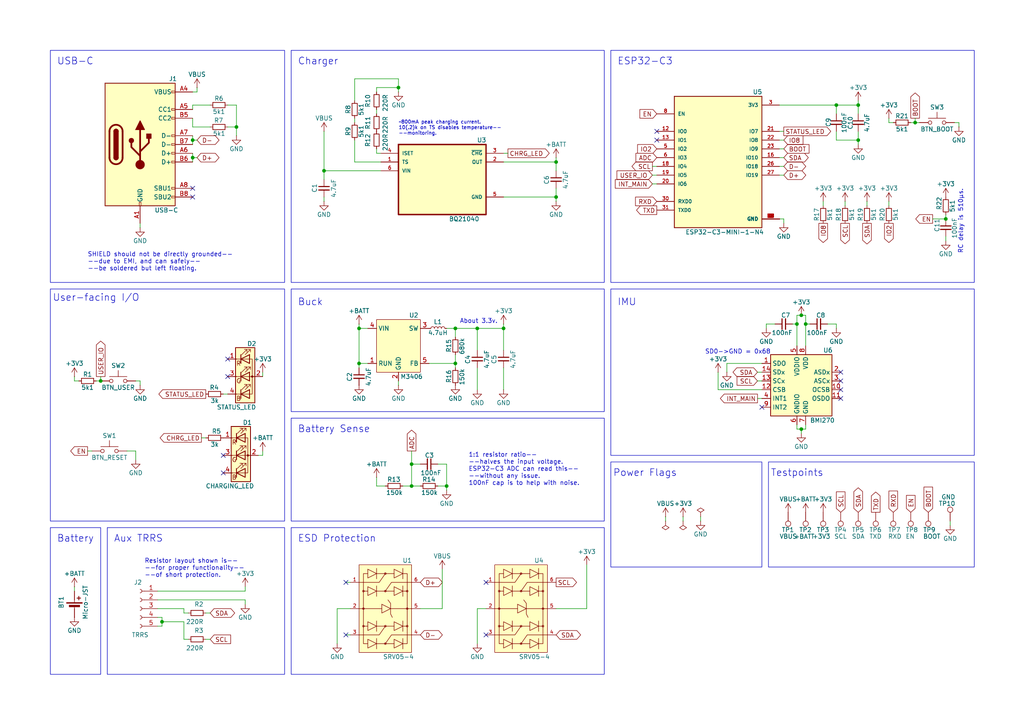
<source format=kicad_sch>
(kicad_sch (version 20231120) (generator "eeschema") (generator_version "8.0")
  (paper "A4")
  (title_block (title "Lilypad") (date "2024-01-23") (rev "V5 R2") (company "Made by Meia of KOUNOLAB for LilypadVR"))
  (junction (at 55.88 40.64))
  (junction (at 29.21 110.49))
  (junction (at 55.88 45.72))
  (junction (at 115.57 25.4))
  (junction (at 248.92 30.48))
  (junction (at 265.43 35.56))
  (junction (at 93.98 49.53))
  (junction (at 231.14 93.98))
  (junction (at 138.43 95.25))
  (junction (at 46.99 180.34))
  (junction (at 248.92 40.64))
  (junction (at 232.41 124.46))
  (junction (at 119.38 140.97))
  (junction (at 104.14 105.41))
  (junction (at 104.14 95.25))
  (junction (at 146.05 95.25))
  (junction (at 232.41 91.44))
  (junction (at 242.57 30.48))
  (junction (at 161.29 46.99))
  (junction (at 233.68 93.98))
  (junction (at 129.54 140.97))
  (junction (at 132.08 95.25))
  (junction (at 161.29 57.15))
  (junction (at 132.08 105.41))
  (junction (at 119.38 134.62))
  (junction (at 68.58 36.83))
  (junction (at 274.32 63.5))
  (no_connect (at 100.33 184.15))
  (no_connect (at 140.97 184.15))
  (no_connect (at 243.84 107.95))
  (no_connect (at 190.5 38.1))
  (no_connect (at 243.84 110.49))
  (no_connect (at 64.77 137.16))
  (no_connect (at 243.84 115.57))
  (no_connect (at 243.84 113.03))
  (no_connect (at 100.33 168.91))
  (no_connect (at 140.97 168.91))
  (no_connect (at 55.88 57.15))
  (no_connect (at 55.88 54.61))
  (no_connect (at 64.77 132.08))
  (no_connect (at 220.98 118.11))
  (no_connect (at 66.04 109.22))
  (no_connect (at 190.5 40.64))
  (no_connect (at 66.04 104.14))
  (wire (pts (xy 53.34 185.42) (xy 54.61 185.42)))
  (wire (pts (xy 104.14 93.98) (xy 104.14 95.25)))
  (wire (pts (xy 275.59 151.13) (xy 275.59 152.4)))
  (wire (pts (xy 161.29 58.42) (xy 161.29 57.15)))
  (wire (pts (xy 231.14 124.46) (xy 232.41 124.46)))
  (wire (pts (xy 129.54 142.24) (xy 129.54 140.97)))
  (wire (pts (xy 242.57 30.48) (xy 248.92 30.48)))
  (wire (pts (xy 232.41 124.46) (xy 233.68 124.46)))
  (wire (pts (xy 46.99 180.34) (xy 46.99 181.61)))
  (wire (pts (xy 232.41 124.46) (xy 232.41 125.73)))
  (wire (pts (xy 231.14 124.46) (xy 231.14 123.19)))
  (wire (pts (xy 119.38 140.97) (xy 116.84 140.97)))
  (wire (pts (xy 238.76 59.69) (xy 238.76 58.42)))
  (wire (pts (xy 40.64 66.04) (xy 40.64 64.77)))
  (wire (pts (xy 115.57 25.4) (xy 115.57 26.67)))
  (wire (pts (xy 226.06 45.72) (xy 227.33 45.72)))
  (wire (pts (xy 66.04 30.48) (xy 68.58 30.48)))
  (wire (pts (xy 53.34 177.8) (xy 54.61 177.8)))
  (wire (pts (xy 55.88 30.48) (xy 55.88 31.75)))
  (wire (pts (xy 55.88 44.45) (xy 55.88 45.72)))
  (wire (pts (xy 274.32 62.23) (xy 274.32 63.5)))
  (wire (pts (xy 276.86 35.56) (xy 278.13 35.56)))
  (wire (pts (xy 248.92 29.21) (xy 248.92 30.48)))
  (wire (pts (xy 128.27 176.53) (xy 121.92 176.53)))
  (wire (pts (xy 245.11 59.69) (xy 245.11 58.42)))
  (wire (pts (xy 231.14 93.98) (xy 231.14 100.33)))
  (wire (pts (xy 59.69 177.8) (xy 60.96 177.8)))
  (wire (pts (xy 109.22 25.4) (xy 115.57 25.4)))
  (wire (pts (xy 55.88 40.64) (xy 57.15 40.64)))
  (wire (pts (xy 39.37 110.49) (xy 40.64 110.49)))
  (wire (pts (xy 45.72 181.61) (xy 46.99 181.61)))
  (wire (pts (xy 132.08 97.79) (xy 132.08 95.25)))
  (wire (pts (xy 220.98 105.41) (xy 210.82 105.41)))
  (wire (pts (xy 146.05 44.45) (xy 147.32 44.45)))
  (wire (pts (xy 233.68 93.98) (xy 234.95 93.98)))
  (wire (pts (xy 36.83 130.81) (xy 39.37 130.81)))
  (wire (pts (xy 226.06 63.5) (xy 227.33 63.5)))
  (wire (pts (xy 64.77 114.3) (xy 66.04 114.3)))
  (wire (pts (xy 115.57 22.86) (xy 115.57 25.4)))
  (wire (pts (xy 226.06 43.18) (xy 227.33 43.18)))
  (wire (pts (xy 39.37 130.81) (xy 39.37 133.35)))
  (wire (pts (xy 278.13 35.56) (xy 278.13 36.83)))
  (wire (pts (xy 129.54 134.62) (xy 129.54 140.97)))
  (wire (pts (xy 109.22 140.97) (xy 111.76 140.97)))
  (wire (pts (xy 109.22 44.45) (xy 109.22 43.18)))
  (wire (pts (xy 115.57 110.49) (xy 115.57 111.76)))
  (wire (pts (xy 59.69 185.42) (xy 60.96 185.42)))
  (wire (pts (xy 233.68 91.44) (xy 233.68 93.98)))
  (wire (pts (xy 233.68 124.46) (xy 233.68 123.19)))
  (wire (pts (xy 224.79 93.98) (xy 222.25 93.98)))
  (wire (pts (xy 231.14 93.98) (xy 231.14 91.44)))
  (wire (pts (xy 226.06 50.8) (xy 227.33 50.8)))
  (wire (pts (xy 93.98 49.53) (xy 110.49 49.53)))
  (wire (pts (xy 161.29 176.53) (xy 170.18 176.53)))
  (wire (pts (xy 208.28 107.95) (xy 208.28 113.03)))
  (wire (pts (xy 132.08 105.41) (xy 132.08 102.87)))
  (wire (pts (xy 189.23 50.8) (xy 190.5 50.8)))
  (wire (pts (xy 109.22 31.75) (xy 109.22 33.02)))
  (wire (pts (xy 231.14 91.44) (xy 232.41 91.44)))
  (wire (pts (xy 248.92 38.1) (xy 248.92 40.64)))
  (wire (pts (xy 189.23 53.34) (xy 190.5 53.34)))
  (wire (pts (xy 71.12 173.99) (xy 71.12 175.26)))
  (wire (pts (xy 242.57 33.02) (xy 242.57 30.48)))
  (wire (pts (xy 124.46 105.41) (xy 132.08 105.41)))
  (wire (pts (xy 233.68 93.98) (xy 233.68 100.33)))
  (wire (pts (xy 248.92 33.02) (xy 248.92 30.48)))
  (wire (pts (xy 138.43 186.69) (xy 138.43 176.53)))
  (wire (pts (xy 53.34 180.34) (xy 53.34 185.42)))
  (wire (pts (xy 45.72 173.99) (xy 71.12 173.99)))
  (wire (pts (xy 57.15 26.67) (xy 55.88 26.67)))
  (wire (pts (xy 102.87 34.29) (xy 102.87 35.56)))
  (wire (pts (xy 146.05 57.15) (xy 161.29 57.15)))
  (wire (pts (xy 128.27 165.1) (xy 128.27 176.53)))
  (wire (pts (xy 242.57 40.64) (xy 248.92 40.64)))
  (wire (pts (xy 219.71 110.49) (xy 220.98 110.49)))
  (wire (pts (xy 270.51 63.5) (xy 274.32 63.5)))
  (wire (pts (xy 189.23 48.26) (xy 190.5 48.26)))
  (wire (pts (xy 102.87 46.99) (xy 102.87 40.64)))
  (wire (pts (xy 110.49 44.45) (xy 109.22 44.45)))
  (wire (pts (xy 226.06 30.48) (xy 242.57 30.48)))
  (wire (pts (xy 193.04 149.86) (xy 193.04 151.13)))
  (wire (pts (xy 104.14 95.25) (xy 106.68 95.25)))
  (wire (pts (xy 219.71 115.57) (xy 220.98 115.57)))
  (wire (pts (xy 40.64 110.49) (xy 40.64 111.76)))
  (wire (pts (xy 161.29 45.72) (xy 161.29 46.99)))
  (wire (pts (xy 27.94 110.49) (xy 29.21 110.49)))
  (wire (pts (xy 138.43 95.25) (xy 138.43 101.6)))
  (wire (pts (xy 46.99 179.07) (xy 46.99 180.34)))
  (wire (pts (xy 266.7 35.56) (xy 265.43 35.56)))
  (wire (pts (xy 55.88 40.64) (xy 55.88 39.37)))
  (wire (pts (xy 71.12 171.45) (xy 71.12 170.18)))
  (wire (pts (xy 55.88 36.83) (xy 55.88 34.29)))
  (wire (pts (xy 58.42 127) (xy 59.69 127)))
  (wire (pts (xy 76.2 130.81) (xy 76.2 132.08)))
  (wire (pts (xy 45.72 179.07) (xy 46.99 179.07)))
  (wire (pts (xy 146.05 95.25) (xy 146.05 101.6)))
  (wire (pts (xy 68.58 36.83) (xy 66.04 36.83)))
  (wire (pts (xy 138.43 95.25) (xy 146.05 95.25)))
  (wire (pts (xy 265.43 34.29) (xy 265.43 35.56)))
  (wire (pts (xy 68.58 30.48) (xy 68.58 36.83)))
  (wire (pts (xy 93.98 49.53) (xy 93.98 52.07)))
  (wire (pts (xy 93.98 38.1) (xy 93.98 49.53)))
  (wire (pts (xy 55.88 30.48) (xy 60.96 30.48)))
  (wire (pts (xy 100.33 168.91) (xy 101.6 168.91)))
  (wire (pts (xy 119.38 134.62) (xy 119.38 140.97)))
  (wire (pts (xy 251.46 59.69) (xy 251.46 58.42)))
  (wire (pts (xy 25.4 130.81) (xy 26.67 130.81)))
  (wire (pts (xy 21.59 109.22) (xy 21.59 110.49)))
  (wire (pts (xy 110.49 46.99) (xy 102.87 46.99)))
  (wire (pts (xy 104.14 105.41) (xy 106.68 105.41)))
  (wire (pts (xy 68.58 39.37) (xy 68.58 36.83)))
  (wire (pts (xy 97.79 186.69) (xy 97.79 176.53)))
  (wire (pts (xy 109.22 25.4) (xy 109.22 26.67)))
  (wire (pts (xy 60.96 36.83) (xy 55.88 36.83)))
  (wire (pts (xy 109.22 138.43) (xy 109.22 140.97)))
  (wire (pts (xy 226.06 40.64) (xy 227.33 40.64)))
  (wire (pts (xy 53.34 176.53) (xy 53.34 177.8)))
  (wire (pts (xy 257.81 35.56) (xy 259.08 35.56)))
  (wire (pts (xy 74.93 132.08) (xy 76.2 132.08)))
  (wire (pts (xy 21.59 170.18) (xy 21.59 171.45)))
  (wire (pts (xy 170.18 163.83) (xy 170.18 176.53)))
  (wire (pts (xy 132.08 105.41) (xy 132.08 106.68)))
  (wire (pts (xy 161.29 46.99) (xy 161.29 49.53)))
  (wire (pts (xy 198.12 149.86) (xy 198.12 151.13)))
  (wire (pts (xy 93.98 57.15) (xy 93.98 58.42)))
  (wire (pts (xy 146.05 93.98) (xy 146.05 95.25)))
  (wire (pts (xy 55.88 41.91) (xy 55.88 40.64)))
  (wire (pts (xy 146.05 46.99) (xy 161.29 46.99)))
  (wire (pts (xy 232.41 91.44) (xy 233.68 91.44)))
  (wire (pts (xy 203.2 149.86) (xy 203.2 151.13)))
  (wire (pts (xy 220.98 113.03) (xy 208.28 113.03)))
  (wire (pts (xy 264.16 35.56) (xy 265.43 35.56)))
  (wire (pts (xy 46.99 180.34) (xy 53.34 180.34)))
  (wire (pts (xy 102.87 22.86) (xy 115.57 22.86)))
  (wire (pts (xy 129.54 95.25) (xy 132.08 95.25)))
  (wire (pts (xy 222.25 93.98) (xy 222.25 95.25)))
  (wire (pts (xy 100.33 184.15) (xy 101.6 184.15)))
  (wire (pts (xy 45.72 171.45) (xy 71.12 171.45)))
  (wire (pts (xy 21.59 110.49) (xy 22.86 110.49)))
  (wire (pts (xy 226.06 48.26) (xy 227.33 48.26)))
  (wire (pts (xy 45.72 176.53) (xy 53.34 176.53)))
  (wire (pts (xy 57.15 25.4) (xy 57.15 26.67)))
  (wire (pts (xy 240.03 93.98) (xy 242.57 93.98)))
  (wire (pts (xy 229.87 93.98) (xy 231.14 93.98)))
  (wire (pts (xy 102.87 22.86) (xy 102.87 29.21)))
  (wire (pts (xy 127 134.62) (xy 129.54 134.62)))
  (wire (pts (xy 248.92 40.64) (xy 248.92 41.91)))
  (wire (pts (xy 119.38 140.97) (xy 121.92 140.97)))
  (wire (pts (xy 104.14 95.25) (xy 104.14 105.41)))
  (wire (pts (xy 97.79 176.53) (xy 101.6 176.53)))
  (wire (pts (xy 76.2 107.95) (xy 76.2 109.22)))
  (wire (pts (xy 257.81 34.29) (xy 257.81 35.56)))
  (wire (pts (xy 104.14 106.68) (xy 104.14 105.41)))
  (wire (pts (xy 219.71 107.95) (xy 220.98 107.95)))
  (wire (pts (xy 257.81 59.69) (xy 257.81 58.42)))
  (wire (pts (xy 55.88 45.72) (xy 55.88 46.99)))
  (wire (pts (xy 146.05 106.68) (xy 146.05 113.03)))
  (wire (pts (xy 119.38 130.81) (xy 119.38 134.62)))
  (wire (pts (xy 132.08 95.25) (xy 138.43 95.25)))
  (wire (pts (xy 242.57 40.64) (xy 242.57 38.1)))
  (wire (pts (xy 242.57 93.98) (xy 242.57 95.25)))
  (wire (pts (xy 138.43 106.68) (xy 138.43 113.03)))
  (wire (pts (xy 274.32 68.58) (xy 274.32 69.85)))
  (wire (pts (xy 138.43 176.53) (xy 140.97 176.53)))
  (wire (pts (xy 29.21 109.22) (xy 29.21 110.49)))
  (wire (pts (xy 119.38 134.62) (xy 121.92 134.62)))
  (wire (pts (xy 127 140.97) (xy 129.54 140.97)))
  (wire (pts (xy 161.29 57.15) (xy 161.29 54.61)))
  (wire (pts (xy 226.06 38.1) (xy 227.33 38.1)))
  (wire (pts (xy 227.33 63.5) (xy 227.33 64.77)))
  (wire (pts (xy 55.88 45.72) (xy 57.15 45.72)))
  (wire (pts (xy 210.82 105.41) (xy 210.82 107.95)))
  (rectangle (start 84.455 14.605) (end 175.26 81.915))
  (rectangle (start 14.605 14.605) (end 82.55 81.915))
  (rectangle (start 177.165 83.82) (end 282.575 132.08))
  (rectangle (start 84.455 121.285) (end 175.26 151.13))
  (rectangle (start 84.455 83.82) (end 175.26 119.38))
  (rectangle (start 177.165 133.985) (end 220.98 164.465))
  (rectangle (start 14.605 153.035) (end 29.21 195.58))
  (rectangle (start 84.455 153.035) (end 175.26 195.58))
  (rectangle (start 177.165 14.605) (end 282.575 81.915))
  (rectangle (start 14.605 83.82) (end 82.55 151.13))
  (rectangle (start 222.885 133.985) (end 282.575 164.465))
  (rectangle (start 31.115 153.035) (end 82.55 195.58))
  (text "USB-C" (at 16.51 19.05 0) (effects (font (size 2 2)) (justify left bottom)))
  (text "User-facing I/O" (at 15.24 87.63 0) (effects (font (size 2 2)) (justify left bottom)))
  (text "Testpoints\n" (at 223.52 138.43 0) (effects (font (size 2 2)) (justify left bottom)))
  (text "RC delay is 510µs." (at 279.4 73.66 90) (effects (font (size 1.27 1.27)) (justify left bottom)))
  (text "1:1 resistor ratio--\n--halves the input voltage.\nESP32-C3 ADC can read this--\n--without any issue.\n100nF cap is to help with noise." (at 135.89 140.97 0) (effects (font (size 1.27 1.27)) (justify left bottom)))
  (text "Battery Sense" (at 86.36 125.73 0) (effects (font (size 2 2)) (justify left bottom)))
  (text "About 3.3v." (at 133.35 93.98 0) (effects (font (size 1.27 1.27)) (justify left bottom)))
  (text "Power Flags" (at 177.8 138.43 0) (effects (font (size 2 2)) (justify left bottom)))
  (text "ESD Protection" (at 86.36 157.48 0) (effects (font (size 2 2)) (justify left bottom)))
  (text "~800mA peak charging current.\n10(.2)k on TS disables temperature--\n--monitoring." (at 115.57 39.37 0) (effects (font (size 1 1)) (justify left bottom)))
  (text "Resistor layout shown is--\n--for proper functionality--\n--of short protection." (at 41.91 167.64 0) (effects (font (size 1.27 1.27)) (justify left bottom)))
  (text "SD0->GND = 0x68" (at 204.47 102.87 0) (effects (font (size 1.27 1.27)) (justify left bottom)))
  (text "SHIELD should not be directly grounded--\n--due to EMI, and can safely--\n--be soldered but left floating." (at 25.4 78.74 0) (effects (font (size 1.27 1.27)) (justify left bottom)))
  (text "Battery" (at 16.51 157.48 0) (effects (font (size 2 2)) (justify left bottom)))
  (text "ESP32-C3" (at 179.07 19.05 0) (effects (font (size 2 2)) (justify left bottom)))
  (text "Charger" (at 86.36 19.05 0) (effects (font (size 2 2)) (justify left bottom)))
  (text "Aux TRRS" (at 33.02 157.48 0) (effects (font (size 2 2)) (justify left bottom)))
  (text "IMU" (at 179.07 88.9 0) (effects (font (size 2 2)) (justify left bottom)))
  (text "Buck" (at 86.36 88.9 0) (effects (font (size 2 2)) (justify left bottom)))
  (global_label "SDA" (shape output) (at 251.46 64.77 270) (property "Intersheetrefs" "${INTERSHEET_REFS}" (effects (hide yes))))
  (global_label "INT_MAIN" (shape output) (at 219.71 115.57 180) (property "Intersheetrefs" "${INTERSHEET_REFS}" (effects (hide yes))))
  (global_label "SCL" (shape input) (at 60.96 185.42 0) (property "Intersheetrefs" "${INTERSHEET_REFS}" (effects (hide yes))))
  (global_label "D+" (shape bidirectional) (at 227.33 50.8 0) (property "Intersheetrefs" "${INTERSHEET_REFS}" (effects (hide yes))))
  (global_label "RXD" (shape input) (at 190.5 58.42 180) (property "Intersheetrefs" "${INTERSHEET_REFS}" (effects (hide yes))))
  (global_label "USER_IO" (shape input) (at 189.23 50.8 180) (property "Intersheetrefs" "${INTERSHEET_REFS}" (effects (hide yes))))
  (global_label "SDA" (shape bidirectional) (at 227.33 45.72 0) (property "Intersheetrefs" "${INTERSHEET_REFS}" (effects (hide yes))))
  (global_label "ADC" (shape output) (at 119.38 130.81 90) (property "Intersheetrefs" "${INTERSHEET_REFS}" (effects (hide yes))))
  (global_label "CHRG_LED" (shape output) (at 58.42 127 180) (property "Intersheetrefs" "${INTERSHEET_REFS}" (effects (hide yes))))
  (global_label "EN" (shape output) (at 270.51 63.5 180) (property "Intersheetrefs" "${INTERSHEET_REFS}" (effects (hide yes))))
  (global_label "SDA" (shape bidirectional) (at 248.92 148.59 90) (property "Intersheetrefs" "${INTERSHEET_REFS}" (effects (hide yes))))
  (global_label "EN" (shape input) (at 264.16 148.59 90) (property "Intersheetrefs" "${INTERSHEET_REFS}" (effects (hide yes))))
  (global_label "IO8" (shape input) (at 227.33 40.64 0) (property "Intersheetrefs" "${INTERSHEET_REFS}" (effects (hide yes))))
  (global_label "BOOT" (shape input) (at 269.24 148.59 90) (property "Intersheetrefs" "${INTERSHEET_REFS}" (effects (hide yes))))
  (global_label "EN" (shape input) (at 190.5 33.02 180) (property "Intersheetrefs" "${INTERSHEET_REFS}" (effects (hide yes))))
  (global_label "TXD" (shape output) (at 254 148.59 90) (property "Intersheetrefs" "${INTERSHEET_REFS}" (effects (hide yes))))
  (global_label "SCL" (shape input) (at 243.84 148.59 90) (property "Intersheetrefs" "${INTERSHEET_REFS}" (effects (hide yes))))
  (global_label "D-" (shape bidirectional) (at 57.15 40.64 0) (property "Intersheetrefs" "${INTERSHEET_REFS}" (effects (hide yes))))
  (global_label "TXD" (shape output) (at 190.5 60.96 180) (property "Intersheetrefs" "${INTERSHEET_REFS}" (effects (hide yes))))
  (global_label "STATUS_LED" (shape output) (at 59.69 114.3 180) (property "Intersheetrefs" "${INTERSHEET_REFS}" (effects (hide yes))))
  (global_label "BOOT" (shape input) (at 227.33 43.18 0) (property "Intersheetrefs" "${INTERSHEET_REFS}" (effects (hide yes))))
  (global_label "CHRG_LED" (shape output) (at 147.32 44.45 0) (property "Intersheetrefs" "${INTERSHEET_REFS}" (effects (hide yes))))
  (global_label "SCL" (shape output) (at 245.11 64.77 270) (property "Intersheetrefs" "${INTERSHEET_REFS}" (effects (hide yes))))
  (global_label "D+" (shape bidirectional) (at 57.15 45.72 0) (property "Intersheetrefs" "${INTERSHEET_REFS}" (effects (hide yes))))
  (global_label "SDA" (shape bidirectional) (at 60.96 177.8 0) (property "Intersheetrefs" "${INTERSHEET_REFS}" (effects (hide yes))))
  (global_label "D-" (shape bidirectional) (at 121.92 184.15 0) (property "Intersheetrefs" "${INTERSHEET_REFS}" (effects (hide yes))))
  (global_label "EN" (shape output) (at 25.4 130.81 180) (property "Intersheetrefs" "${INTERSHEET_REFS}" (effects (hide yes))))
  (global_label "SCL" (shape output) (at 161.29 168.91 0) (property "Intersheetrefs" "${INTERSHEET_REFS}" (effects (hide yes))))
  (global_label "INT_MAIN" (shape input) (at 189.23 53.34 180) (property "Intersheetrefs" "${INTERSHEET_REFS}" (effects (hide yes))))
  (global_label "SDA" (shape bidirectional) (at 161.29 184.15 0) (property "Intersheetrefs" "${INTERSHEET_REFS}" (effects (hide yes))))
  (global_label "IO8" (shape output) (at 238.76 64.77 270) (property "Intersheetrefs" "${INTERSHEET_REFS}" (effects (hide yes))))
  (global_label "ADC" (shape input) (at 190.5 45.72 180) (property "Intersheetrefs" "${INTERSHEET_REFS}" (effects (hide yes))))
  (global_label "IO2" (shape output) (at 257.81 64.77 270) (property "Intersheetrefs" "${INTERSHEET_REFS}" (effects (hide yes))))
  (global_label "SDA" (shape bidirectional) (at 219.71 107.95 180) (property "Intersheetrefs" "${INTERSHEET_REFS}" (effects (hide yes))))
  (global_label "D-" (shape bidirectional) (at 227.33 48.26 0) (property "Intersheetrefs" "${INTERSHEET_REFS}" (effects (hide yes))))
  (global_label "STATUS_LED" (shape output) (at 227.33 38.1 0) (property "Intersheetrefs" "${INTERSHEET_REFS}" (effects (hide yes))))
  (global_label "SCL" (shape output) (at 189.23 48.26 180) (property "Intersheetrefs" "${INTERSHEET_REFS}" (effects (hide yes))))
  (global_label "IO2" (shape input) (at 190.5 43.18 180) (property "Intersheetrefs" "${INTERSHEET_REFS}" (effects (hide yes))))
  (global_label "USER_IO" (shape output) (at 29.21 109.22 90) (property "Intersheetrefs" "${INTERSHEET_REFS}" (effects (hide yes))))
  (global_label "D+" (shape bidirectional) (at 121.92 168.91 0) (property "Intersheetrefs" "${INTERSHEET_REFS}" (effects (hide yes))))
  (global_label "SCL" (shape input) (at 219.71 110.49 180) (property "Intersheetrefs" "${INTERSHEET_REFS}" (effects (hide yes))))
  (global_label "RXD" (shape input) (at 259.08 148.59 90) (property "Intersheetrefs" "${INTERSHEET_REFS}" (effects (hide yes))))
  (global_label "BOOT" (shape output) (at 265.43 34.29 90) (property "Intersheetrefs" "${INTERSHEET_REFS}" (effects (hide yes))))
  (symbol (lib_id "Lilypad Symbols:R_Small") (at 62.23 114.3 270) (unit 1)
    (property "Reference" "R4" (at 63.5 112.395 90) (effects (justify right)))
    (property "Value" "3k" (at 63.5 116.205 90) (effects (justify right)))
    (property "Footprint" "Lilypad Footprints:R_0603_1608Metric" (effects (hide yes)))
    (property "EXTENDED?" "FALSE" (effects (hide yes)))
    (property "MPN" "C4211" (effects (hide yes)))
  )
  (symbol (lib_id "Connector:TestPoint") (at 269.24 148.59 180) (unit 1)
    (property "Reference" "TP9" (at 267.716 153.67 0) (effects (justify right)))
    (property "Value" "BOOT" (at 267.716 155.575 0) (effects (justify right)))
    (property "Footprint" "Lilypad Footprints:TestPoint_Pad_D1.5mm" (effects (hide yes)))
    (property "EXTENDED?" "N/A" (effects (hide yes)))
    (property "MPN" "N/A" (effects (hide yes)))
  )
  (symbol (lib_id "Lilypad Symbols:R_Small") (at 63.5 30.48 270) (unit 1)
    (property "Reference" "R6" (at 63.5 28.575 90))
    (property "Value" "5k1" (at 63.5 32.385 90))
    (property "Footprint" "Lilypad Footprints:R_0603_1608Metric" (effects (hide yes)))
    (property "EXTENDED?" "FALSE" (effects (hide yes)))
    (property "MPN" "C23186" (effects (hide yes)))
  )
  (symbol (lib_id "Lilypad Symbols:R_Small") (at 132.08 109.22 0) (unit 1)
    (property "Reference" "R16" (at 130.175 111.125 90) (effects (justify left)))
    (property "Value" "150k" (at 133.985 111.76 90) (effects (justify left)))
    (property "Footprint" "Lilypad Footprints:R_0603_1608Metric" (effects (hide yes)))
    (property "EXTENDED?" "FALSE" (effects (hide yes)))
    (property "MPN" "C22807" (effects (hide yes)))
  )
  (symbol (lib_id "Connector:TestPoint") (at 228.6 148.59 180) (unit 1)
    (property "Reference" "TP1" (at 226.695 153.67 0) (effects (justify right)))
    (property "Value" "VBUS" (at 226.06 155.575 0) (effects (justify right)))
    (property "Footprint" "Lilypad Footprints:TestPoint_Pad_D1.5mm" (effects (hide yes)))
    (property "EXTENDED?" "N/A" (effects (hide yes)))
    (property "MPN" "N/A" (effects (hide yes)))
  )
  (symbol (lib_name "+3V3_1") (lib_id "power:+3V3") (at 238.76 58.42 0) (unit 1)
    (property "Reference" "#PWR042" (effects (hide yes)))
    (property "Value" "+3V3" (at 238.76 54.61 0))
    (property "Description" "Power symbol creates a global label with name \"+3V3\"" (effects (hide yes)))
  )
  (symbol (lib_name "VBUS_2") (lib_id "power:VBUS") (at 57.15 25.4 0) (unit 1)
    (property "Reference" "#PWR07" (effects (hide yes)))
    (property "Value" "VBUS" (at 57.15 21.59 0))
    (property "Description" "Power symbol creates a global label with name \"VBUS\"" (effects (hide yes)))
  )
  (symbol (lib_name "GND_1") (lib_id "power:GND") (at 138.43 186.69 0) (unit 1)
    (property "Reference" "#PWR025" (effects (hide yes)))
    (property "Value" "GND" (at 138.43 190.5 0))
    (property "Description" "Power symbol creates a global label with name \"GND\" , ground" (effects (hide yes)))
  )
  (symbol (lib_id "Lilypad Symbols:R_Small") (at 238.76 62.23 180) (unit 1)
    (property "Reference" "R17" (at 236.855 62.23 90))
    (property "Value" "5k1" (at 240.665 62.23 90))
    (property "Footprint" "Lilypad Footprints:R_0603_1608Metric" (effects (hide yes)))
    (property "EXTENDED?" "FALSE" (effects (hide yes)))
    (property "MPN" "C23186" (effects (hide yes)))
  )
  (symbol (lib_id "Lilypad Symbols:C_Small") (at 93.98 54.61 0) (unit 1)
    (property "Reference" "C1" (at 91.2374 55.9025 90) (effects (justify left)))
    (property "Value" "4.7uF" (at 96.8009 57.3636 90) (effects (justify left)))
    (property "Footprint" "Lilypad Footprints:C_0603_1608Metric" (effects (hide yes)))
    (property "MPN" "C19666" (effects (hide yes)))
    (property "EXTENDED?" "FALSE" (effects (hide yes)))
  )
  (symbol (lib_name "GND_2") (lib_id "power:GND") (at 203.2 151.13 0) (unit 1)
    (property "Reference" "#PWR033" (effects (hide yes)))
    (property "Value" "GND" (at 203.2 154.94 0))
    (property "Description" "Power symbol creates a global label with name \"GND\" , ground" (effects (hide yes)))
  )
  (symbol (lib_name "GND_2") (lib_id "power:GND") (at 146.05 113.03 0) (unit 1)
    (property "Reference" "#PWR027" (effects (hide yes)))
    (property "Value" "GND" (at 146.05 116.84 0))
    (property "Description" "Power symbol creates a global label with name \"GND\" , ground" (effects (hide yes)))
  )
  (symbol (lib_name "+3V3_1") (lib_id "power:+3V3") (at 208.28 107.95 0) (unit 1)
    (property "Reference" "#PWR034" (effects (hide yes)))
    (property "Value" "+3V3" (at 208.28 104.14 0))
    (property "Description" "Power symbol creates a global label with name \"+3V3\"" (effects (hide yes)))
  )
  (symbol (lib_name "GND_2") (lib_id "power:GND") (at 97.79 186.69 0) (unit 1)
    (property "Reference" "#PWR015" (effects (hide yes)))
    (property "Value" "GND" (at 97.79 190.5 0))
    (property "Description" "Power symbol creates a global label with name \"GND\" , ground" (effects (hide yes)))
  )
  (symbol (lib_id "Lilypad Symbols:LED_RAGB") (at 71.12 109.22 0) (unit 1)
    (property "Reference" "D2" (at 73.025 99.695 0))
    (property "Value" "STATUS_LED" (at 68.58 118.11 0))
    (property "Footprint" "Lilypad Footprints:LED-SMD_FM-3510RGBA-SG" (effects (hide yes)))
    (property "EXTENDED?" "TRUE" (effects (hide yes)))
    (property "MPN" "C727903" (effects (hide yes)))
  )
  (symbol (lib_name "GND_2") (lib_id "power:GND") (at 93.98 58.42 0) (unit 1)
    (property "Reference" "#PWR014" (effects (hide yes)))
    (property "Value" "GND" (at 93.98 62.23 0))
    (property "Description" "Power symbol creates a global label with name \"GND\" , ground" (effects (hide yes)))
  )
  (symbol (lib_id "Lilypad Symbols:C_Small") (at 227.33 93.98 90) (unit 1)
    (property "Reference" "C7" (at 229.235 91.44 90) (effects (justify left)))
    (property "Value" "100nF" (at 229.87 96.52 90) (effects (justify left)))
    (property "Footprint" "Lilypad Footprints:C_0603_1608Metric" (effects (hide yes)))
    (property "EXTENDED?" "FALSE" (effects (hide yes)))
    (property "MPN" "C14663" (effects (hide yes)))
  )
  (symbol (lib_name "VBUS_2") (lib_id "power:VBUS") (at 93.98 38.1 0) (unit 1)
    (property "Reference" "#PWR013" (effects (hide yes)))
    (property "Value" "VBUS" (at 93.98 34.29 0))
    (property "Description" "Power symbol creates a global label with name \"VBUS\"" (effects (hide yes)))
  )
  (symbol (lib_id "Lilypad Symbols:R_Small") (at 114.3 140.97 90) (mirror x) (unit 1)
    (property "Reference" "R13" (at 116.205 139.065 90) (effects (justify left)))
    (property "Value" "150k" (at 116.84 142.875 90) (effects (justify left)))
    (property "Footprint" "Lilypad Footprints:R_0603_1608Metric" (effects (hide yes)))
    (property "EXTENDED?" "FALSE" (effects (hide yes)))
    (property "MPN" "C22807" (effects (hide yes)))
  )
  (symbol (lib_id "Lilypad Symbols:R_Small") (at 109.22 29.21 180) (unit 1)
    (property "Reference" "R10" (at 106.68 27.305 90) (effects (justify left)))
    (property "Value" "220R" (at 111.76 27.305 90) (effects (justify left)))
    (property "Footprint" "Lilypad Footprints:R_0603_1608Metric" (effects (hide yes)))
    (property "EXTENDED?" "FALSE" (effects (hide yes)))
    (property "MPN" "C22962" (effects (hide yes)))
  )
  (symbol (lib_name "+3V3_1") (lib_id "power:+3V3") (at 257.81 34.29 0) (unit 1)
    (property "Reference" "#PWR049" (effects (hide yes)))
    (property "Value" "+3V3" (at 257.81 30.48 0))
    (property "Description" "Power symbol creates a global label with name \"+3V3\"" (effects (hide yes)))
  )
  (symbol (lib_id "Lilypad Symbols:SRV05-4_C558418") (at 151.13 176.53 270) (unit 1)
    (property "Reference" "U4" (at 154.94 162.56 90) (effects (justify left)))
    (property "Value" "SRV05-4" (at 150.495 190.5 90) (effects (justify left)))
    (property "Footprint" "Lilypad Footprints:SOT-23-6" (effects (hide yes)))
    (property "Datasheet" "https://item.szlcsc.com/169042.html" (effects (hide yes)))
    (property "EXTENDED?" "FALSE" (effects (hide yes)))
    (property "MPN" "C7420376" (effects (hide yes)))
  )
  (symbol (lib_name "+3V3_1") (lib_id "power:+3V3") (at 232.41 91.44 0) (unit 1)
    (property "Reference" "#PWR038" (effects (hide yes)))
    (property "Value" "+3V3" (at 232.41 87.63 0))
    (property "Description" "Power symbol creates a global label with name \"+3V3\"" (effects (hide yes)))
  )
  (symbol (lib_name "PWR_FLAG_1") (lib_id "power:PWR_FLAG") (at 203.2 149.86 0) (unit 1)
    (property "Reference" "#FLG03" (effects (hide yes)))
    (property "Value" "PWR_FLAG" (effects (hide yes)))
    (property "Description" "Special symbol for telling ERC where power comes from" (effects (hide yes)))
  )
  (symbol (lib_id "Lilypad Symbols:R_Small") (at 109.22 35.56 180) (unit 1)
    (property "Reference" "R11" (at 106.68 33.655 90) (effects (justify left)))
    (property "Value" "220R" (at 111.76 33.655 90) (effects (justify left)))
    (property "Footprint" "Lilypad Footprints:R_0603_1608Metric" (effects (hide yes)))
    (property "EXTENDED?" "FALSE" (effects (hide yes)))
    (property "MPN" "C22962" (effects (hide yes)))
  )
  (symbol (lib_id "Lilypad Symbols:C_Small") (at 138.43 104.14 0) (unit 1)
    (property "Reference" "C4" (at 135.6763 105.6011 90) (effects (justify left)))
    (property "Value" "4.7uF" (at 141.1836 106.9498 90) (effects (justify left)))
    (property "Footprint" "Lilypad Footprints:C_0603_1608Metric" (effects (hide yes)))
    (property "MPN" "C19666" (effects (hide yes)))
    (property "EXTENDED?" "FALSE" (effects (hide yes)))
  )
  (symbol (lib_id "Lilypad Symbols:R_Small") (at 109.22 40.64 180) (unit 1)
    (property "Reference" "R12" (at 106.68 38.735 90) (effects (justify left)))
    (property "Value" "220R" (at 111.76 38.735 90) (effects (justify left)))
    (property "Footprint" "Lilypad Footprints:R_0603_1608Metric" (effects (hide yes)))
    (property "EXTENDED?" "FALSE" (effects (hide yes)))
    (property "MPN" "C22962" (effects (hide yes)))
  )
  (symbol (lib_name "+3V3_1") (lib_id "power:+3V3") (at 238.76 148.59 0) (unit 1)
    (property "Reference" "#PWR044" (effects (hide yes)))
    (property "Value" "+3V3" (at 238.76 144.78 0))
    (property "Description" "Power symbol creates a global label with name \"+3V3\"" (effects (hide yes)))
  )
  (symbol (lib_id "Lilypad Symbols:M3406") (at 115.57 100.33 0) (unit 1)
    (property "Reference" "U2" (at 120.015 91.44 0))
    (property "Value" "M3406" (at 119.38 109.22 0))
    (property "Footprint" "Lilypad Footprints:SOT-23-5" (effects (hide yes)))
    (property "Datasheet" "https://datasheet.lcsc.com/lcsc/1811151539_XI-AN-Aerosemi-Tech-M3406-ADJ_C83224.pdf" (effects (hide yes)))
    (property "EXTENDED?" "TRUE" (effects (hide yes)))
    (property "MPN" "C83224" (effects (hide yes)))
  )
  (symbol (lib_name "GND_2") (lib_id "power:GND") (at 242.57 95.25 0) (unit 1)
    (property "Reference" "#PWR043" (effects (hide yes)))
    (property "Value" "GND" (at 242.57 99.06 0))
    (property "Description" "Power symbol creates a global label with name \"GND\" , ground" (effects (hide yes)))
  )
  (symbol (lib_name "GND_2") (lib_id "power:GND") (at 132.08 111.76 0) (unit 1)
    (property "Reference" "#PWR023" (effects (hide yes)))
    (property "Value" "GND" (at 132.08 115.57 0))
    (property "Description" "Power symbol creates a global label with name \"GND\" , ground" (effects (hide yes)))
  )
  (symbol (lib_name "+3V3_1") (lib_id "power:+3V3") (at 198.12 149.86 0) (unit 1)
    (property "Reference" "#PWR032" (effects (hide yes)))
    (property "Value" "+3V3" (at 198.12 146.05 0))
    (property "Description" "Power symbol creates a global label with name \"+3V3\"" (effects (hide yes)))
  )
  (symbol (lib_name "+3V3_1") (lib_id "power:+3V3") (at 245.11 58.42 0) (unit 1)
    (property "Reference" "#PWR045" (effects (hide yes)))
    (property "Value" "+3V3" (at 245.11 54.61 0))
    (property "Description" "Power symbol creates a global label with name \"+3V3\"" (effects (hide yes)))
  )
  (symbol (lib_id "Lilypad Symbols:R_Small") (at 132.08 100.33 0) (unit 1)
    (property "Reference" "R15" (at 130.175 102.235 90) (effects (justify left)))
    (property "Value" "680k" (at 133.985 102.87 90) (effects (justify left)))
    (property "Footprint" "Lilypad Footprints:R_0603_1608Metric" (effects (hide yes)))
    (property "EXTENDED?" "FALSE" (effects (hide yes)))
    (property "MPN" "C25822" (effects (hide yes)))
  )
  (symbol (lib_name "VBUS_1") (lib_id "power:VBUS") (at 128.27 165.1 0) (unit 1)
    (property "Reference" "#PWR021" (effects (hide yes)))
    (property "Value" "VBUS" (at 128.27 161.29 0))
    (property "Description" "Power symbol creates a global label with name \"VBUS\"" (effects (hide yes)))
  )
  (symbol (lib_name "GND_2") (lib_id "power:GND") (at 104.14 111.76 0) (unit 1)
    (property "Reference" "#PWR017" (effects (hide yes)))
    (property "Value" "GND" (at 104.14 115.57 0))
    (property "Description" "Power symbol creates a global label with name \"GND\" , ground" (effects (hide yes)))
  )
  (symbol (lib_name "+BATT_1") (lib_id "power:+BATT") (at 21.59 170.18 0) (mirror y) (unit 1)
    (property "Reference" "#PWR02" (effects (hide yes)))
    (property "Value" "+BATT" (at 21.59 166.37 0))
    (property "Description" "Power symbol creates a global label with name \"+BATT\"" (effects (hide yes)))
  )
  (symbol (lib_id "Lilypad Symbols:C_Small") (at 124.46 134.62 270) (mirror x) (unit 1)
    (property "Reference" "C3" (at 123.19 132.08 90) (effects (justify left)))
    (property "Value" "100nF" (at 121.92 137.16 90) (effects (justify left)))
    (property "Footprint" "Lilypad Footprints:C_0603_1608Metric" (effects (hide yes)))
    (property "EXTENDED?" "FALSE" (effects (hide yes)))
    (property "MPN" "C14663" (effects (hide yes)))
  )
  (symbol (lib_id "Connector:TestPoint") (at 275.59 151.13 0) (unit 1)
    (property "Reference" "TP10" (at 277.114 146.05 0) (effects (justify right)))
    (property "Value" "GND" (at 277.114 144.145 0) (effects (justify right)))
    (property "Footprint" "Lilypad Footprints:TestPoint_Pad_D1.5mm" (effects (hide yes)))
    (property "EXTENDED?" "N/A" (effects (hide yes)))
    (property "MPN" "N/A" (effects (hide yes)))
  )
  (symbol (lib_name "GND_2") (lib_id "power:GND") (at 68.58 39.37 0) (unit 1)
    (property "Reference" "#PWR08" (effects (hide yes)))
    (property "Value" "GND" (at 68.58 43.18 0))
    (property "Description" "Power symbol creates a global label with name \"GND\" , ground" (effects (hide yes)))
  )
  (symbol (lib_name "+3V3_1") (lib_id "power:+3V3") (at 257.81 58.42 0) (unit 1)
    (property "Reference" "#PWR050" (effects (hide yes)))
    (property "Value" "+3V3" (at 257.81 54.61 0))
    (property "Description" "Power symbol creates a global label with name \"+3V3\"" (effects (hide yes)))
  )
  (symbol (lib_name "GND_2") (lib_id "power:GND") (at 129.54 142.24 0) (unit 1)
    (property "Reference" "#PWR022" (effects (hide yes)))
    (property "Value" "GND" (at 129.54 146.05 0))
    (property "Description" "Power symbol creates a global label with name \"GND\" , ground" (effects (hide yes)))
  )
  (symbol (lib_name "GND_2") (lib_id "power:GND") (at 161.29 58.42 0) (unit 1)
    (property "Reference" "#PWR029" (effects (hide yes)))
    (property "Value" "GND" (at 161.29 62.23 0))
    (property "Description" "Power symbol creates a global label with name \"GND\" , ground" (effects (hide yes)))
  )
  (symbol (lib_name "VBUS_2") (lib_id "power:VBUS") (at 228.6 148.59 0) (unit 1)
    (property "Reference" "#PWR040" (effects (hide yes)))
    (property "Value" "VBUS" (at 228.6 144.78 0))
    (property "Description" "Power symbol creates a global label with name \"VBUS\"" (effects (hide yes)))
  )
  (symbol (lib_id "Lilypad Symbols:R_Small") (at 124.46 140.97 90) (mirror x) (unit 1)
    (property "Reference" "R14" (at 126.365 139.065 90) (effects (justify left)))
    (property "Value" "150k" (at 127 142.875 90) (effects (justify left)))
    (property "Footprint" "Lilypad Footprints:R_0603_1608Metric" (effects (hide yes)))
    (property "EXTENDED?" "FALSE" (effects (hide yes)))
    (property "MPN" "C22807" (effects (hide yes)))
  )
  (symbol (lib_id "Lilypad Symbols:SW_Push") (at 34.29 110.49 0) (unit 1)
    (property "Reference" "SW2" (at 34.29 106.045 0))
    (property "Value" "BTN_USER" (at 34.29 112.395 0))
    (property "Footprint" "Lilypad Footprints:SW-SMD_TS-KG012EV" (effects (hide yes)))
    (property "EXTENDED?" "TRUE" (effects (hide yes)))
    (property "MPN" "C410363" (effects (hide yes)))
  )
  (symbol (lib_name "GND_2") (lib_id "power:GND") (at 210.82 107.95 0) (unit 1)
    (property "Reference" "#PWR035" (effects (hide yes)))
    (property "Value" "GND" (at 210.82 111.76 0))
    (property "Description" "Power symbol creates a global label with name \"GND\" , ground" (effects (hide yes)))
  )
  (symbol (lib_id "Lilypad Symbols:C_Small") (at 248.92 35.56 0) (unit 1)
    (property "Reference" "C10" (at 246.634 37.592 90) (effects (justify left)))
    (property "Value" "4.7uF" (at 251.46 38.354 90) (effects (justify left)))
    (property "Footprint" "Lilypad Footprints:C_0603_1608Metric" (effects (hide yes)))
    (property "MPN" "C19666" (effects (hide yes)))
    (property "EXTENDED?" "FALSE" (effects (hide yes)))
  )
  (symbol (lib_id "Lilypad Symbols:C_Small") (at 242.57 35.56 0) (unit 1)
    (property "Reference" "C9" (at 240.284 36.83 90) (effects (justify left)))
    (property "Value" "100nF" (at 244.856 38.608 90) (effects (justify left)))
    (property "Footprint" "Lilypad Footprints:C_0603_1608Metric" (effects (hide yes)))
    (property "EXTENDED?" "FALSE" (effects (hide yes)))
    (property "MPN" "C14663" (effects (hide yes)))
  )
  (symbol (lib_id "Connector:TestPoint") (at 248.92 148.59 180) (unit 1)
    (property "Reference" "TP5" (at 247.015 153.67 0) (effects (justify right)))
    (property "Value" "SDA" (at 247.015 155.575 0) (effects (justify right)))
    (property "Footprint" "Lilypad Footprints:TestPoint_Pad_D1.5mm" (effects (hide yes)))
    (property "EXTENDED?" "N/A" (effects (hide yes)))
    (property "MPN" "N/A" (effects (hide yes)))
  )
  (symbol (lib_id "Lilypad Symbols:R_Small") (at 257.81 62.23 180) (unit 1)
    (property "Reference" "R20" (at 255.905 62.23 90))
    (property "Value" "5k1" (at 259.715 62.23 90))
    (property "Footprint" "Lilypad Footprints:R_0603_1608Metric" (effects (hide yes)))
    (property "EXTENDED?" "FALSE" (effects (hide yes)))
    (property "MPN" "C23186" (effects (hide yes)))
  )
  (symbol (lib_id "Lilypad Symbols:Battery_Cell") (at 21.59 176.53 0) (unit 1)
    (property "Reference" "BT1" (at 17.78 176.53 90) (effects (justify left)))
    (property "Value" "Micro-JST" (at 24.765 179.705 90) (effects (justify left)))
    (property "Footprint" "Lilypad Footprints:CONN-SMD_2P-P1.25_XUNPU_WAFER-MX1.25-2PWB" (effects (hide yes)))
    (property "EXTENDED?" "TRUE" (effects (hide yes)))
    (property "MPN" "C3029359" (effects (hide yes)))
  )
  (symbol (lib_name "VBUS_2") (lib_id "power:VBUS") (at 193.04 149.86 0) (unit 1)
    (property "Reference" "#PWR031" (effects (hide yes)))
    (property "Value" "VBUS" (at 193.04 146.05 0))
    (property "Description" "Power symbol creates a global label with name \"VBUS\"" (effects (hide yes)))
  )
  (symbol (lib_id "Lilypad Symbols:C_Small") (at 104.14 109.22 0) (unit 1)
    (property "Reference" "C2" (at 101.3863 110.6811 90) (effects (justify left)))
    (property "Value" "4.7uF" (at 106.8936 112.0298 90) (effects (justify left)))
    (property "Footprint" "Lilypad Footprints:C_0603_1608Metric" (effects (hide yes)))
    (property "MPN" "C19666" (effects (hide yes)))
    (property "EXTENDED?" "FALSE" (effects (hide yes)))
  )
  (symbol (lib_id "Connector:TestPoint") (at 243.84 148.59 180) (unit 1)
    (property "Reference" "TP4" (at 241.935 153.67 0) (effects (justify right)))
    (property "Value" "SCL" (at 241.935 155.575 0) (effects (justify right)))
    (property "Footprint" "Lilypad Footprints:TestPoint_Pad_D1.5mm" (effects (hide yes)))
    (property "EXTENDED?" "N/A" (effects (hide yes)))
    (property "MPN" "N/A" (effects (hide yes)))
  )
  (symbol (lib_id "Lilypad Symbols:USB_C_Receptacle_USB2.0") (at 40.64 41.91 0) (unit 1)
    (property "Reference" "J1" (at 50.165 22.86 0))
    (property "Value" "USB-C" (at 48.26 60.96 0))
    (property "Footprint" "Lilypad Footprints:USB_C_Receptacle_GCT_USB4105-xx-A_16P_TopMnt_Horizontal" (effects (hide yes)))
    (property "Datasheet" "https://www.usb.org/sites/default/files/documents/usb_type-c.zip" (effects (hide yes)))
    (property "Description" "USB 2.0-only Type-C Receptacle connector" (effects (hide yes)))
    (property "EXTENDED?" "TRUE" (effects (hide yes)))
    (property "MPN" "C2765186" (effects (hide yes)))
  )
  (symbol (lib_id "Lilypad Symbols:C_Small") (at 237.49 93.98 90) (unit 1)
    (property "Reference" "C8" (at 239.395 91.44 90) (effects (justify left)))
    (property "Value" "100nF" (at 240.03 96.52 90) (effects (justify left)))
    (property "Footprint" "Lilypad Footprints:C_0603_1608Metric" (effects (hide yes)))
    (property "EXTENDED?" "FALSE" (effects (hide yes)))
    (property "MPN" "C14663" (effects (hide yes)))
  )
  (symbol (lib_name "+3V3_1") (lib_id "power:+3V3") (at 170.18 163.83 0) (unit 1)
    (property "Reference" "#PWR030" (effects (hide yes)))
    (property "Value" "+3V3" (at 170.18 160.02 0))
    (property "Description" "Power symbol creates a global label with name \"+3V3\"" (effects (hide yes)))
  )
  (symbol (lib_id "Connector:TestPoint") (at 259.08 148.59 180) (unit 1)
    (property "Reference" "TP7" (at 257.556 153.67 0) (effects (justify right)))
    (property "Value" "RXD" (at 257.556 155.575 0) (effects (justify right)))
    (property "Footprint" "Lilypad Footprints:TestPoint_Pad_D1.5mm" (effects (hide yes)))
    (property "EXTENDED?" "N/A" (effects (hide yes)))
    (property "MPN" "N/A" (effects (hide yes)))
  )
  (symbol (lib_id "Lilypad Symbols:R_Small") (at 274.32 59.69 0) (unit 1)
    (property "Reference" "R22" (at 272.415 60.96 90) (effects (justify left)))
    (property "Value" "5k1" (at 276.225 61.595 90) (effects (justify left)))
    (property "Footprint" "Lilypad Footprints:R_0603_1608Metric" (effects (hide yes)))
    (property "EXTENDED?" "FALSE" (effects (hide yes)))
    (property "MPN" "C23186" (effects (hide yes)))
  )
  (symbol (lib_id "Lilypad Symbols:R_Small") (at 62.23 127 270) (unit 1)
    (property "Reference" "R5" (at 64.135 125.095 90) (effects (justify right)))
    (property "Value" "3k" (at 63.5 128.905 90) (effects (justify right)))
    (property "Footprint" "Lilypad Footprints:R_0603_1608Metric" (effects (hide yes)))
    (property "EXTENDED?" "FALSE" (effects (hide yes)))
    (property "MPN" "C4211" (effects (hide yes)))
  )
  (symbol (lib_name "GND_2") (lib_id "power:GND") (at 275.59 152.4 0) (unit 1)
    (property "Reference" "#PWR054" (effects (hide yes)))
    (property "Value" "GND" (at 275.59 156.21 0))
    (property "Description" "Power symbol creates a global label with name \"GND\" , ground" (effects (hide yes)))
  )
  (symbol (lib_name "GND_2") (lib_id "power:GND") (at 115.57 111.76 0) (unit 1)
    (property "Reference" "#PWR020" (effects (hide yes)))
    (property "Value" "GND" (at 115.57 115.57 0))
    (property "Description" "Power symbol creates a global label with name \"GND\" , ground" (effects (hide yes)))
  )
  (symbol (lib_name "+3V3_1") (lib_id "power:+3V3") (at 248.92 29.21 0) (unit 1)
    (property "Reference" "#PWR046" (effects (hide yes)))
    (property "Value" "+3V3" (at 248.92 25.4 0))
    (property "Description" "Power symbol creates a global label with name \"+3V3\"" (effects (hide yes)))
  )
  (symbol (lib_name "GND_2") (lib_id "power:GND") (at 274.32 69.85 0) (unit 1)
    (property "Reference" "#PWR052" (effects (hide yes)))
    (property "Value" "GND" (at 274.32 73.66 0))
    (property "Description" "Power symbol creates a global label with name \"GND\" , ground" (effects (hide yes)))
  )
  (symbol (lib_name "PWR_FLAG_1") (lib_id "power:PWR_FLAG") (at 198.12 151.13 180) (unit 1)
    (property "Reference" "#FLG02" (effects (hide yes)))
    (property "Value" "PWR_FLAG" (effects (hide yes)))
    (property "Description" "Special symbol for telling ERC where power comes from" (effects (hide yes)))
  )
  (symbol (lib_name "GND_2") (lib_id "power:GND") (at 71.12 175.26 0) (unit 1)
    (property "Reference" "#PWR010" (effects (hide yes)))
    (property "Value" "GND" (at 71.12 179.07 0))
    (property "Description" "Power symbol creates a global label with name \"GND\" , ground" (effects (hide yes)))
  )
  (symbol (lib_id "Connector:TestPoint") (at 238.76 148.59 180) (unit 1)
    (property "Reference" "TP3" (at 236.855 153.67 0) (effects (justify right)))
    (property "Value" "+3V3" (at 235.585 155.575 0) (effects (justify right)))
    (property "Footprint" "Lilypad Footprints:TestPoint_Pad_D1.5mm" (effects (hide yes)))
    (property "EXTENDED?" "N/A" (effects (hide yes)))
    (property "MPN" "N/A" (effects (hide yes)))
  )
  (symbol (lib_name "+3V3_1") (lib_id "power:+3V3") (at 71.12 170.18 0) (unit 1)
    (property "Reference" "#PWR09" (effects (hide yes)))
    (property "Value" "+3V3" (at 71.12 166.37 0))
    (property "Description" "Power symbol creates a global label with name \"+3V3\"" (effects (hide yes)))
  )
  (symbol (lib_id "Lilypad Symbols:SRV05-4_C558418") (at 111.76 176.53 270) (unit 1)
    (property "Reference" "U1" (at 118.11 162.56 90))
    (property "Value" "SRV05-4" (at 115.57 190.5 90))
    (property "Footprint" "Lilypad Footprints:SOT-23-6" (effects (hide yes)))
    (property "Datasheet" "https://item.szlcsc.com/169042.html" (effects (hide yes)))
    (property "EXTENDED?" "FALSE" (effects (hide yes)))
    (property "MPN" "C7420376" (effects (hide yes)))
  )
  (symbol (lib_id "Lilypad Symbols:R_Small") (at 102.87 31.75 0) (unit 1)
    (property "Reference" "R8" (at 100.965 31.75 90))
    (property "Value" "5k1" (at 104.775 31.75 90))
    (property "Footprint" "Lilypad Footprints:R_0603_1608Metric" (effects (hide yes)))
    (property "EXTENDED?" "FALSE" (effects (hide yes)))
    (property "MPN" "C23186" (effects (hide yes)))
  )
  (symbol (lib_id "Lilypad Symbols:R_Small") (at 25.4 110.49 270) (unit 1)
    (property "Reference" "R1" (at 25.4 108.585 90))
    (property "Value" "5k1" (at 25.4 112.395 90))
    (property "Footprint" "Lilypad Footprints:R_0603_1608Metric" (effects (hide yes)))
    (property "EXTENDED?" "FALSE" (effects (hide yes)))
    (property "MPN" "C23186" (effects (hide yes)))
  )
  (symbol (lib_id "Lilypad Symbols:R_Small") (at 63.5 36.83 90) (unit 1)
    (property "Reference" "R7" (at 64.77 34.925 90) (effects (justify left)))
    (property "Value" "5k1" (at 65.405 38.735 90) (effects (justify left)))
    (property "Footprint" "Lilypad Footprints:R_0603_1608Metric" (effects (hide yes)))
    (property "EXTENDED?" "FALSE" (effects (hide yes)))
    (property "MPN" "C23186" (effects (hide yes)))
  )
  (symbol (lib_id "Lilypad Symbols:Conn_01x05_Socket") (at 40.64 176.53 0) (mirror y) (unit 1)
    (property "Reference" "J2" (at 40.005 168.91 0))
    (property "Value" "TRRS" (at 40.64 184.15 0))
    (property "Footprint" "Lilypad Footprints:AUDIO-TH_ST-0277D00-052-142" (effects (hide yes)))
    (property "EXTENDED?" "TRUE" (effects (hide yes)))
    (property "MPN" "C2837093" (effects (hide yes)))
  )
  (symbol (lib_name "GND_2") (lib_id "power:GND") (at 138.43 113.03 0) (unit 1)
    (property "Reference" "#PWR024" (effects (hide yes)))
    (property "Value" "GND" (at 138.43 116.84 0))
    (property "Description" "Power symbol creates a global label with name \"GND\" , ground" (effects (hide yes)))
  )
  (symbol (lib_name "GND_2") (lib_id "power:GND") (at 227.33 64.77 0) (unit 1)
    (property "Reference" "#PWR037" (effects (hide yes)))
    (property "Value" "GND" (at 227.33 68.58 0))
    (property "Description" "Power symbol creates a global label with name \"GND\" , ground" (effects (hide yes)))
  )
  (symbol (lib_name "GND_2") (lib_id "power:GND") (at 222.25 95.25 0) (unit 1)
    (property "Reference" "#PWR036" (effects (hide yes)))
    (property "Value" "GND" (at 222.25 99.06 0))
    (property "Description" "Power symbol creates a global label with name \"GND\" , ground" (effects (hide yes)))
  )
  (symbol (lib_id "Lilypad Symbols:SW_Push") (at 271.78 35.56 0) (unit 1)
    (property "Reference" "SW3" (at 271.78 31.115 0))
    (property "Value" "BTN_BOOT" (at 271.78 37.465 0))
    (property "Footprint" "Lilypad Footprints:SW-SMD_L3.9-W3.0-P4.45" (effects (hide yes)))
    (property "EXTENDED?" "TRUE" (effects (hide yes)))
    (property "MPN" "C720477" (effects (hide yes)))
  )
  (symbol (lib_name "+BATT_1") (lib_id "power:+BATT") (at 76.2 130.81 0) (mirror y) (unit 1)
    (property "Reference" "#PWR012" (effects (hide yes)))
    (property "Value" "+BATT" (at 76.2 127 0))
    (property "Description" "Power symbol creates a global label with name \"+BATT\"" (effects (hide yes)))
  )
  (symbol (lib_id "Connector:TestPoint") (at 254 148.59 180) (unit 1)
    (property "Reference" "TP6" (at 252.095 153.67 0) (effects (justify right)))
    (property "Value" "TXD" (at 252.095 155.575 0) (effects (justify right)))
    (property "Footprint" "Lilypad Footprints:TestPoint_Pad_D1.5mm" (effects (hide yes)))
    (property "EXTENDED?" "N/A" (effects (hide yes)))
    (property "MPN" "N/A" (effects (hide yes)))
  )
  (symbol (lib_name "+BATT_1") (lib_id "power:+BATT") (at 161.29 45.72 0) (mirror y) (unit 1)
    (property "Reference" "#PWR028" (effects (hide yes)))
    (property "Value" "+BATT" (at 161.29 41.91 0))
    (property "Description" "Power symbol creates a global label with name \"+BATT\"" (effects (hide yes)))
  )
  (symbol (lib_name "GND_2") (lib_id "power:GND") (at 40.64 111.76 0) (unit 1)
    (property "Reference" "#PWR06" (effects (hide yes)))
    (property "Value" "GND" (at 40.64 115.57 0))
    (property "Description" "Power symbol creates a global label with name \"GND\" , ground" (effects (hide yes)))
  )
  (symbol (lib_name "+3V3_1") (lib_id "power:+3V3") (at 146.05 93.98 0) (unit 1)
    (property "Reference" "#PWR026" (effects (hide yes)))
    (property "Value" "+3V3" (at 146.05 90.17 0))
    (property "Description" "Power symbol creates a global label with name \"+3V3\"" (effects (hide yes)))
  )
  (symbol (lib_name "GND_2") (lib_id "power:GND") (at 21.59 179.07 0) (unit 1)
    (property "Reference" "#PWR03" (effects (hide yes)))
    (property "Value" "GND" (at 21.59 182.88 0))
    (property "Description" "Power symbol creates a global label with name \"GND\" , ground" (effects (hide yes)))
  )
  (symbol (lib_id "Lilypad Symbols:R_Small") (at 57.15 177.8 90) (unit 1)
    (property "Reference" "R2" (at 59.055 175.26 90) (effects (justify left)))
    (property "Value" "220R" (at 59.055 180.34 90) (effects (justify left)))
    (property "Footprint" "Lilypad Footprints:R_0603_1608Metric" (effects (hide yes)))
    (property "EXTENDED?" "FALSE" (effects (hide yes)))
    (property "MPN" "C22962" (effects (hide yes)))
  )
  (symbol (lib_id "Lilypad Symbols:C_Small") (at 161.29 52.07 0) (unit 1)
    (property "Reference" "C6" (at 158.5363 53.5311 90) (effects (justify left)))
    (property "Value" "4.7uF" (at 164.0436 54.8798 90) (effects (justify left)))
    (property "Footprint" "Lilypad Footprints:C_0603_1608Metric" (effects (hide yes)))
    (property "MPN" "C19666" (effects (hide yes)))
    (property "EXTENDED?" "FALSE" (effects (hide yes)))
  )
  (symbol (lib_id "Lilypad Symbols:BQ21040DBVR") (at 128.27 52.07 0) (unit 1)
    (property "Reference" "U3" (at 139.7 40.64 0))
    (property "Value" "BQ21040" (at 134.62 63.5 0))
    (property "Footprint" "Lilypad Footprints:SOT-23-6" (effects (hide yes)))
    (property "MPN" "C202311" (effects (hide yes)))
    (property "EXTENDED?" "TRUE" (effects (hide yes)))
  )
  (symbol (lib_id "Lilypad Symbols:R_Small") (at 102.87 38.1 0) (unit 1)
    (property "Reference" "R9" (at 100.965 38.1 90))
    (property "Value" "5k1" (at 104.775 38.1 90))
    (property "Footprint" "Lilypad Footprints:R_0603_1608Metric" (effects (hide yes)))
    (property "EXTENDED?" "FALSE" (effects (hide yes)))
    (property "MPN" "C23186" (effects (hide yes)))
  )
  (symbol (lib_id "Lilypad Symbols:ESP32-C3-MINI-1-N4") (at 208.28 45.72 0) (unit 1)
    (property "Reference" "U5" (at 219.71 26.67 0))
    (property "Value" "ESP32-C3-MINI-1-N4" (at 210.185 67.31 0))
    (property "Footprint" "Lilypad Footprints:ESP32-C3-MINI-1" (effects (hide yes)))
    (property "Description" "\nBluetooth, WiFi 802.11b/g/n, Bluetooth v5.0 Transceiver Module 2.412GHz ~ 2.484GHz PCB Trace Surface Mount\n" (effects (hide yes)))
    (property "EXTENDED?" "TRUE" (effects (hide yes)))
    (property "MPN" "C2838502" (effects (hide yes)))
    (property "MF" "Espressif Systems" (effects (hide yes)))
    (property "MAXIMUM_PACKAGE_HEIGHT" "2.55mm" (effects (hide yes)))
    (property "Package" "SMD-53 Espressif Systems" (effects (hide yes)))
    (property "Price" "None" (effects (hide yes)))
    (property "Check_prices" "https://www.snapeda.com/parts/ESP32-C3-MINI-1-N4/Espressif+Systems/view-part/?ref=eda" (effects (hide yes)))
    (property "STANDARD" "Manufacturer Recommendations" (effects (hide yes)))
    (property "PARTREV" "v1.0" (effects (hide yes)))
    (property "SnapEDA_Link" "https://www.snapeda.com/parts/ESP32-C3-MINI-1-N4/Espressif+Systems/view-part/?ref=snap" (effects (hide yes)))
    (property "MP" "ESP32-C3-MINI-1-N4" (effects (hide yes)))
    (property "Purchase-URL" "https://www.snapeda.com/api/url_track_click_mouser/?unipart_id=5656579&manufacturer=Espressif Systems&part_name=ESP32-C3-MINI-1-N4&search_term=esp32-c3-mini" (effects (hide yes)))
    (property "Availability" "In Stock" (effects (hide yes)))
    (property "MANUFACTURER" "Espressif Systems" (effects (hide yes)))
  )
  (symbol (lib_id "Lilypad Symbols:C_Small") (at 146.05 104.14 0) (unit 1)
    (property "Reference" "C5" (at 143.2963 105.6011 90) (effects (justify left)))
    (property "Value" "4.7uF" (at 148.8036 106.9498 90) (effects (justify left)))
    (property "Footprint" "Lilypad Footprints:C_0603_1608Metric" (effects (hide yes)))
    (property "MPN" "C19666" (effects (hide yes)))
    (property "EXTENDED?" "FALSE" (effects (hide yes)))
  )
  (symbol (lib_name "GND_2") (lib_id "power:GND") (at 278.13 36.83 0) (unit 1)
    (property "Reference" "#PWR053" (effects (hide yes)))
    (property "Value" "GND" (at 278.13 40.64 0))
    (property "Description" "Power symbol creates a global label with name \"GND\" , ground" (effects (hide yes)))
  )
  (symbol (lib_name "GND_2") (lib_id "power:GND") (at 115.57 26.67 0) (unit 1)
    (property "Reference" "#PWR019" (effects (hide yes)))
    (property "Value" "GND" (at 115.57 30.48 0))
    (property "Description" "Power symbol creates a global label with name \"GND\" , ground" (effects (hide yes)))
  )
  (symbol (lib_name "PWR_FLAG_1") (lib_id "power:PWR_FLAG") (at 193.04 151.13 180) (unit 1)
    (property "Reference" "#FLG01" (effects (hide yes)))
    (property "Value" "PWR_FLAG" (effects (hide yes)))
    (property "Description" "Special symbol for telling ERC where power comes from" (effects (hide yes)))
  )
  (symbol (lib_id "Connector:TestPoint") (at 264.16 148.59 180) (unit 1)
    (property "Reference" "TP8" (at 262.636 153.67 0) (effects (justify right)))
    (property "Value" "EN" (at 262.636 155.575 0) (effects (justify right)))
    (property "Footprint" "Lilypad Footprints:TestPoint_Pad_D1.5mm" (effects (hide yes)))
    (property "EXTENDED?" "N/A" (effects (hide yes)))
    (property "MPN" "N/A" (effects (hide yes)))
  )
  (symbol (lib_name "GND_2") (lib_id "power:GND") (at 39.37 133.35 0) (unit 1)
    (property "Reference" "#PWR04" (effects (hide yes)))
    (property "Value" "GND" (at 39.37 137.16 0))
    (property "Description" "Power symbol creates a global label with name \"GND\" , ground" (effects (hide yes)))
  )
  (symbol (lib_name "GND_2") (lib_id "power:GND") (at 232.41 125.73 0) (unit 1)
    (property "Reference" "#PWR039" (effects (hide yes)))
    (property "Value" "GND" (at 232.41 129.54 0))
    (property "Description" "Power symbol creates a global label with name \"GND\" , ground" (effects (hide yes)))
  )
  (symbol (lib_id "Connector:TestPoint") (at 233.68 148.59 180) (unit 1)
    (property "Reference" "TP2" (at 231.775 153.67 0) (effects (justify right)))
    (property "Value" "+BATT" (at 230.222 155.6045 0) (effects (justify right)))
    (property "Footprint" "Lilypad Footprints:TestPoint_Pad_D1.5mm" (effects (hide yes)))
    (property "EXTENDED?" "N/A" (effects (hide yes)))
    (property "MPN" "N/A" (effects (hide yes)))
  )
  (symbol (lib_id "Lilypad Symbols:R_Small") (at 251.46 62.23 180) (unit 1)
    (property "Reference" "R19" (at 249.555 62.23 90))
    (property "Value" "5k1" (at 253.365 62.23 90))
    (property "Footprint" "Lilypad Footprints:R_0603_1608Metric" (effects (hide yes)))
    (property "EXTENDED?" "FALSE" (effects (hide yes)))
    (property "MPN" "C23186" (effects (hide yes)))
  )
  (symbol (lib_id "Lilypad Symbols:C_Small") (at 274.32 66.04 0) (unit 1)
    (property "Reference" "C11" (at 271.78 67.31 90) (effects (justify left)))
    (property "Value" "100nF" (at 276.86 69.215 90) (effects (justify left)))
    (property "Footprint" "Lilypad Footprints:C_0603_1608Metric" (effects (hide yes)))
    (property "EXTENDED?" "FALSE" (effects (hide yes)))
    (property "MPN" "C14663" (effects (hide yes)))
  )
  (symbol (lib_id "Lilypad Symbols:L_Small") (at 127 95.25 90) (unit 1)
    (property "Reference" "L1" (at 127 93.345 90))
    (property "Value" "4.7uH" (at 127 96.52 90))
    (property "Footprint" "Lilypad Footprints:L_0603_1608Metric" (effects (hide yes)))
    (property "Datasheet" "https://datasheet.lcsc.com/lcsc/2304140030_cjiang--Changjiang-Microelectronics-Tech-FNR3015S2R2MT_C167747.pdf" (effects (hide yes)))
    (property "EXTENDED?" "TRUE" (effects (hide yes)))
    (property "MPN" "C394952" (effects (hide yes)))
  )
  (symbol (lib_name "+BATT_1") (lib_id "power:+BATT") (at 233.68 148.59 0) (mirror y) (unit 1)
    (property "Reference" "#PWR041" (effects (hide yes)))
    (property "Value" "+BATT" (at 233.68 144.78 0))
    (property "Description" "Power symbol creates a global label with name \"+BATT\"" (effects (hide yes)))
  )
  (symbol (lib_name "+BATT_1") (lib_id "power:+BATT") (at 104.14 93.98 0) (mirror y) (unit 1)
    (property "Reference" "#PWR016" (effects (hide yes)))
    (property "Value" "+BATT" (at 104.14 90.17 0))
    (property "Description" "Power symbol creates a global label with name \"+BATT\"" (effects (hide yes)))
  )
  (symbol (lib_name "GND_2") (lib_id "power:GND") (at 40.64 66.04 0) (unit 1)
    (property "Reference" "#PWR05" (effects (hide yes)))
    (property "Value" "GND" (at 40.64 69.85 0))
    (property "Description" "Power symbol creates a global label with name \"GND\" , ground" (effects (hide yes)))
  )
  (symbol (lib_id "Lilypad Symbols:R_Small") (at 261.62 35.56 270) (unit 1)
    (property "Reference" "R21" (at 261.62 33.655 90))
    (property "Value" "5k1" (at 261.62 37.465 90))
    (property "Footprint" "Lilypad Footprints:R_0603_1608Metric" (effects (hide yes)))
    (property "EXTENDED?" "FALSE" (effects (hide yes)))
    (property "MPN" "C23186" (effects (hide yes)))
  )
  (symbol (lib_name "+3V3_1") (lib_id "power:+3V3") (at 251.46 58.42 0) (unit 1)
    (property "Reference" "#PWR048" (effects (hide yes)))
    (property "Value" "+3V3" (at 251.46 54.61 0))
    (property "Description" "Power symbol creates a global label with name \"+3V3\"" (effects (hide yes)))
  )
  (symbol (lib_id "Lilypad Symbols:LED_RAGB") (at 69.85 132.08 0) (unit 1)
    (property "Reference" "D1" (at 71.755 122.555 0))
    (property "Value" "CHARGING_LED" (at 66.675 140.97 0))
    (property "Footprint" "Lilypad Footprints:LED-SMD_FM-3510RGBA-SG" (effects (hide yes)))
    (property "EXTENDED?" "TRUE" (effects (hide yes)))
    (property "MPN" "C727903" (effects (hide yes)))
  )
  (symbol (lib_name "GND_2") (lib_id "power:GND") (at 248.92 41.91 0) (unit 1)
    (property "Reference" "#PWR047" (effects (hide yes)))
    (property "Value" "GND" (at 248.92 45.72 0))
    (property "Description" "Power symbol creates a global label with name \"GND\" , ground" (effects (hide yes)))
  )
  (symbol (lib_id "Lilypad Symbols:SW_Push") (at 31.75 130.81 0) (unit 1)
    (property "Reference" "SW1" (at 31.75 126.365 0))
    (property "Value" "BTN_RESET" (at 31.75 132.715 0))
    (property "Footprint" "Lilypad Footprints:SW-SMD_TS-KG012EV" (effects (hide yes)))
    (property "EXTENDED?" "TRUE" (effects (hide yes)))
    (property "MPN" "C410363" (effects (hide yes)))
  )
  (symbol (lib_id "Lilypad Symbols:BMI270") (at 233.68 110.49 0) (unit 1)
    (property "Reference" "U6" (at 238.76 101.6 0) (effects (justify left)))
    (property "Value" "BMI270" (at 234.95 121.92 0) (effects (justify left)))
    (property "Footprint" "Lilypad Footprints:Bosch_LGA-14_3x2.5mm_P0.5mm" (effects (hide yes)))
    (property "Datasheet" "https://www.bosch-sensortec.com/media/boschsensortec/downloads/datasheets/bst-bmi160-ds000.pdf" (effects (hide yes)))
    (property "EXTENDED?" "TRUE" (effects (hide yes)))
    (property "MPN" "C2836813" (effects (hide yes)))
  )
  (symbol (lib_name "+3V3_1") (lib_id "power:+3V3") (at 274.32 57.15 0) (unit 1)
    (property "Reference" "#PWR051" (effects (hide yes)))
    (property "Value" "+3V3" (at 274.32 53.34 0))
    (property "Description" "Power symbol creates a global label with name \"+3V3\"" (effects (hide yes)))
  )
  (symbol (lib_id "Lilypad Symbols:R_Small") (at 57.15 185.42 90) (unit 1)
    (property "Reference" "R3" (at 59.055 182.88 90) (effects (justify left)))
    (property "Value" "220R" (at 59.055 187.96 90) (effects (justify left)))
    (property "Footprint" "Lilypad Footprints:R_0603_1608Metric" (effects (hide yes)))
    (property "EXTENDED?" "FALSE" (effects (hide yes)))
    (property "MPN" "C22962" (effects (hide yes)))
  )
  (symbol (lib_id "Lilypad Symbols:R_Small") (at 245.11 62.23 180) (unit 1)
    (property "Reference" "R18" (at 243.205 62.23 90))
    (property "Value" "5k1" (at 247.015 62.23 90))
    (property "Footprint" "Lilypad Footprints:R_0603_1608Metric" (effects (hide yes)))
    (property "EXTENDED?" "FALSE" (effects (hide yes)))
    (property "MPN" "C23186" (effects (hide yes)))
  )
  (symbol (lib_name "+BATT_1") (lib_id "power:+BATT") (at 109.22 138.43 0) (mirror y) (unit 1)
    (property "Reference" "#PWR018" (effects (hide yes)))
    (property "Value" "+BATT" (at 109.22 134.62 0))
    (property "Description" "Power symbol creates a global label with name \"+BATT\"" (effects (hide yes)))
  )
  (symbol (lib_name "+3V3_1") (lib_id "power:+3V3") (at 76.2 107.95 0) (unit 1)
    (property "Reference" "#PWR011" (effects (hide yes)))
    (property "Value" "+3V3" (at 76.2 104.14 0))
    (property "Description" "Power symbol creates a global label with name \"+3V3\"" (effects (hide yes)))
  )
  (symbol (lib_name "+3V3_1") (lib_id "power:+3V3") (at 21.59 109.22 0) (unit 1)
    (property "Reference" "#PWR01" (effects (hide yes)))
    (property "Value" "+3V3" (at 21.59 105.41 0))
    (property "Description" "Power symbol creates a global label with name \"+3V3\"" (effects (hide yes)))
  )
)
</source>
